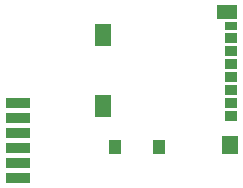
<source format=gbr>
G04 #@! TF.GenerationSoftware,KiCad,Pcbnew,(5.1.5)-2*
G04 #@! TF.CreationDate,2021-04-18T14:05:11+02:00*
G04 #@! TF.ProjectId,Versie2,56657273-6965-4322-9e6b-696361645f70,rev?*
G04 #@! TF.SameCoordinates,Original*
G04 #@! TF.FileFunction,Paste,Bot*
G04 #@! TF.FilePolarity,Positive*
%FSLAX46Y46*%
G04 Gerber Fmt 4.6, Leading zero omitted, Abs format (unit mm)*
G04 Created by KiCad (PCBNEW (5.1.5)-2) date 2021-04-18 14:05:11*
%MOMM*%
%LPD*%
G04 APERTURE LIST*
%ADD10R,1.350000X1.900000*%
%ADD11R,1.000000X1.200000*%
%ADD12R,1.350000X1.550000*%
%ADD13R,1.800000X1.170000*%
%ADD14R,1.100000X0.850000*%
%ADD15R,1.100000X0.750000*%
%ADD16R,2.000000X0.900000*%
G04 APERTURE END LIST*
D10*
X100289000Y-61979800D03*
X100289000Y-67949800D03*
D11*
X104964000Y-71449800D03*
X101264000Y-71449800D03*
D12*
X110989000Y-71274800D03*
D13*
X110764000Y-59954800D03*
D14*
X111114000Y-62214800D03*
X111114000Y-63314800D03*
X111114000Y-64414800D03*
X111114000Y-65514800D03*
X111114000Y-66614800D03*
X111114000Y-67714800D03*
D15*
X111114000Y-61164800D03*
D14*
X111114000Y-68814800D03*
D16*
X93027500Y-70256400D03*
X93027500Y-71526400D03*
X93027500Y-72796400D03*
X93027500Y-74066400D03*
X93027500Y-68986400D03*
X93027500Y-67716400D03*
M02*

</source>
